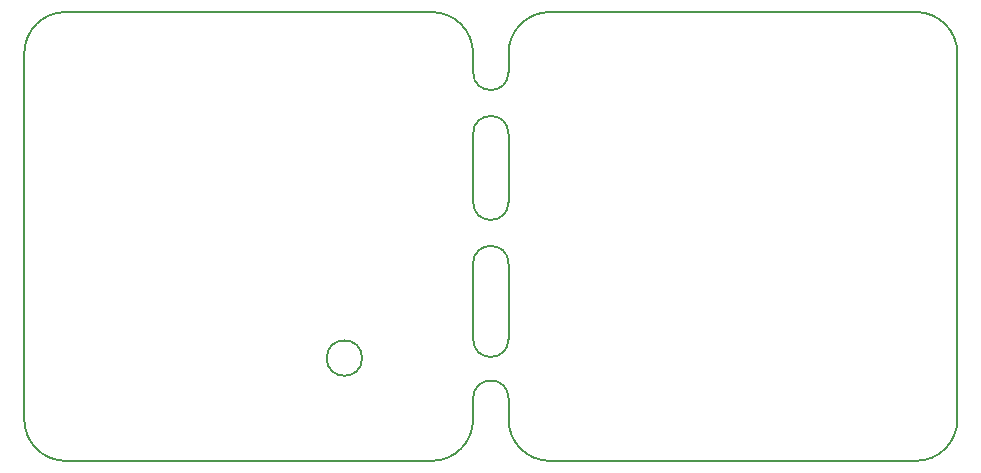
<source format=gbr>
%TF.GenerationSoftware,KiCad,Pcbnew,(5.1.8-0-10_14)*%
%TF.CreationDate,2021-08-30T17:25:53+02:00*%
%TF.ProjectId,ethersweep,65746865-7273-4776-9565-702e6b696361,2.0.1*%
%TF.SameCoordinates,Original*%
%TF.FileFunction,Other,ECO2*%
%FSLAX46Y46*%
G04 Gerber Fmt 4.6, Leading zero omitted, Abs format (unit mm)*
G04 Created by KiCad (PCBNEW (5.1.8-0-10_14)) date 2021-08-30 17:25:53*
%MOMM*%
%LPD*%
G01*
G04 APERTURE LIST*
%TA.AperFunction,Profile*%
%ADD10C,0.150000*%
%TD*%
G04 APERTURE END LIST*
D10*
X221600000Y-26700000D02*
G75*
G02*
X225100000Y-30200000I0J-3500000D01*
G01*
X184100000Y-60700000D02*
X184100000Y-59400000D01*
X187100000Y-31800000D02*
X187100000Y-30700000D01*
X187100000Y-31800000D02*
G75*
G02*
X184100000Y-31800000I-1500000J0D01*
G01*
X187100000Y-61200000D02*
X187100000Y-59400000D01*
X184100000Y-31800000D02*
X184100000Y-30200000D01*
X184100000Y-59400000D02*
G75*
G02*
X187100000Y-59400000I1500000J0D01*
G01*
X187100000Y-42800000D02*
G75*
G02*
X184100000Y-42800000I-1500000J0D01*
G01*
X184100000Y-37000000D02*
G75*
G02*
X187100000Y-37000000I1500000J0D01*
G01*
X187100000Y-42800000D02*
X187100000Y-37000000D01*
X184100000Y-54400000D02*
X184100000Y-48000000D01*
X184100000Y-48000000D02*
G75*
G02*
X187100000Y-48000000I1500000J0D01*
G01*
X184100000Y-42800000D02*
X184100000Y-37000000D01*
X187100000Y-54400000D02*
X187100000Y-48000000D01*
X187100000Y-54400000D02*
G75*
G02*
X184100000Y-54400000I-1500000J0D01*
G01*
X184100000Y-61200000D02*
X184100000Y-60700000D01*
X187100000Y-30200000D02*
X187100000Y-30700000D01*
X174700000Y-56000000D02*
G75*
G03*
X174700000Y-56000000I-1500000J0D01*
G01*
X149600000Y-64700000D02*
G75*
G02*
X146100000Y-61200000I0J3500000D01*
G01*
X149600000Y-64700000D02*
X180600000Y-64700000D01*
X190600000Y-26700000D02*
X221600000Y-26700000D01*
X187100000Y-30200000D02*
G75*
G02*
X190600000Y-26700000I3500000J0D01*
G01*
X225100000Y-61200000D02*
G75*
G02*
X221600000Y-64700000I-3500000J0D01*
G01*
X190600000Y-64700000D02*
G75*
G02*
X187100000Y-61200000I0J3500000D01*
G01*
X190600000Y-64700000D02*
X221600000Y-64700000D01*
X225100000Y-61200000D02*
X225100000Y-30200000D01*
X146100000Y-30200000D02*
X146100000Y-61200000D01*
X184100000Y-61200000D02*
G75*
G02*
X180600000Y-64700000I-3500000J0D01*
G01*
X180600000Y-26700000D02*
G75*
G02*
X184100000Y-30200000I0J-3500000D01*
G01*
X146100000Y-30200000D02*
G75*
G02*
X149600000Y-26700000I3500000J0D01*
G01*
X180600000Y-26700000D02*
X149600000Y-26700000D01*
M02*

</source>
